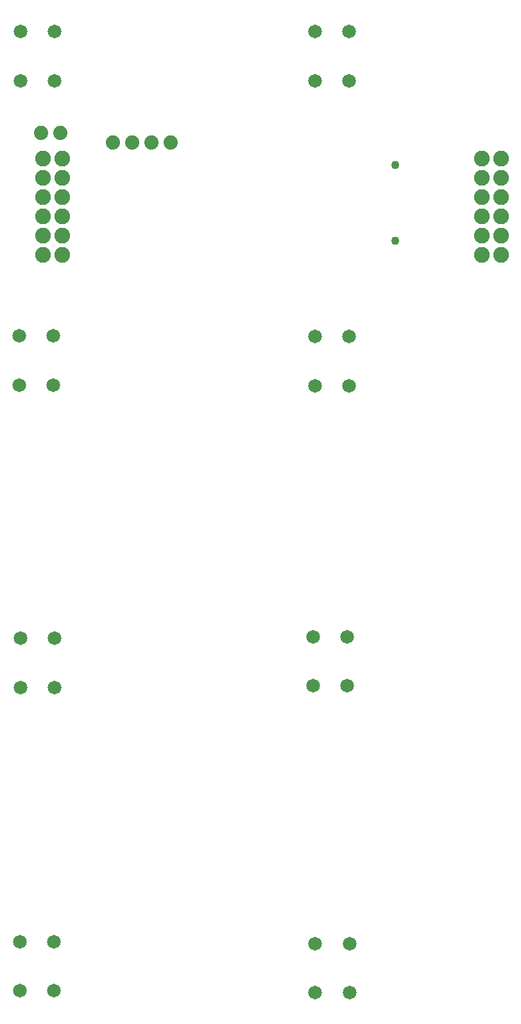
<source format=gbs>
G04 EAGLE Gerber RS-274X export*
G75*
%MOMM*%
%FSLAX34Y34*%
%LPD*%
%INBottom Soldermask*%
%IPPOS*%
%AMOC8*
5,1,8,0,0,1.08239X$1,22.5*%
G01*
%ADD10C,1.879600*%
%ADD11C,1.103200*%
%ADD12C,1.812800*%
%ADD13C,2.082800*%


D10*
X83820Y1258062D03*
X58420Y1258062D03*
X229616Y1244600D03*
X204216Y1244600D03*
X178816Y1244600D03*
X153416Y1244600D03*
D11*
X526034Y1115098D03*
X526034Y1215098D03*
D12*
X465222Y188710D03*
X420222Y188710D03*
X465222Y123710D03*
X420222Y123710D03*
X75586Y191250D03*
X30586Y191250D03*
X75586Y126250D03*
X30586Y126250D03*
X462428Y593332D03*
X417428Y593332D03*
X462428Y528332D03*
X417428Y528332D03*
X75840Y591300D03*
X30840Y591300D03*
X75840Y526300D03*
X30840Y526300D03*
X464714Y989392D03*
X419714Y989392D03*
X464714Y924392D03*
X419714Y924392D03*
X74570Y990250D03*
X29570Y990250D03*
X74570Y925250D03*
X29570Y925250D03*
X464714Y1391654D03*
X419714Y1391654D03*
X464714Y1326654D03*
X419714Y1326654D03*
X75840Y1391400D03*
X30840Y1391400D03*
X75840Y1326400D03*
X30840Y1326400D03*
D13*
X86100Y1224000D03*
X60700Y1224000D03*
X86100Y1198600D03*
X60700Y1198600D03*
X86100Y1173200D03*
X60700Y1173200D03*
X86100Y1147800D03*
X60700Y1147800D03*
X86100Y1122400D03*
X60700Y1122400D03*
X86100Y1097000D03*
X60700Y1097000D03*
X665000Y1224000D03*
X639600Y1224000D03*
X665000Y1198600D03*
X639600Y1198600D03*
X665000Y1173200D03*
X639600Y1173200D03*
X665000Y1147800D03*
X639600Y1147800D03*
X665000Y1122400D03*
X639600Y1122400D03*
X665000Y1097000D03*
X639600Y1097000D03*
M02*

</source>
